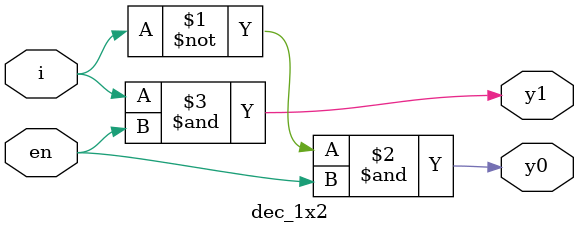
<source format=v>
module  dec_1x2(en,i,y0,y1);
	input en,i;
	output  y0,y1;

	assign y0 =  ~i & en;
	assign y1 = i & en;
endmodule




</source>
